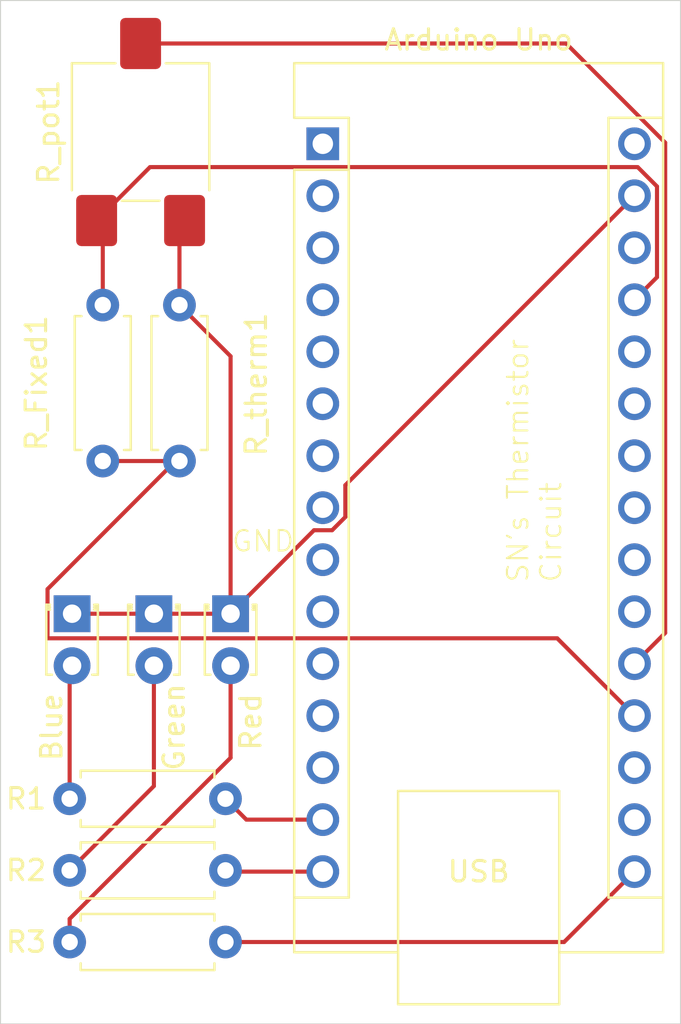
<source format=kicad_pcb>
(kicad_pcb (version 20241229) (generator "pcbnew") (generator_version "9.0")
  (layers (0 "F.Cu" signal) (2 "B.Cu" signal) (13 "F.Paste" user) (15 "B.Paste" user) (5 "F.SilkS" user "F.Silkscreen") (7 "B.SilkS" user "B.Silkscreen") (1 "F.Mask" user) (3 "B.Mask" user) (25 "Edge.Cuts" user))
  (net 0 "")
  (net 2 "Net-(A1-+5V)")
  (net 9 "Net-(A1-D13)")
  (net 18 "Net-(A1-A0)")
  (net 23 "Net-(A1-D12)")
  (net 24 "Net-(A1-A1)")
  (net 26 "Net-(A1-D11)")
  (net 30 "Net-(Blue1-A)")
  (net 31 "Net-(Green1-A)")
  (net 32 "Net-(Red1-A)")
  (net 33 "Net-(Blue1-K)")
  (footprint "Module:Arduino_Nano" (layer "F.Cu") (at 82.26 32.5)
    (property "Reference" "Arduino Uno" (at 7.62 -5.08 0) (layer "F.SilkS"))
    (property "Value" "Arduino_Nano_v3.x")
    (fp_line (start -1.4 -3.94) (end -1.4 -1.27) (stroke (width 0.12)) (layer "F.SilkS"))
    (fp_line (start -1.4 1.27) (end -1.4 39.5) (stroke (width 0.12)) (layer "F.SilkS"))
    (fp_line (start -1.4 39.5) (end 3.68 39.5) (stroke (width 0.12)) (layer "F.SilkS"))
    (fp_line (start 1.27 -1.27) (end -1.4 -1.27) (stroke (width 0.12)) (layer "F.SilkS"))
    (fp_line (start 1.27 1.27) (end -1.4 1.27) (stroke (width 0.12)) (layer "F.SilkS"))
    (fp_line (start 1.27 1.27) (end 1.27 -1.27) (stroke (width 0.12)) (layer "F.SilkS"))
    (fp_line (start 1.27 1.27) (end 1.27 36.83) (stroke (width 0.12)) (layer "F.SilkS"))
    (fp_line (start 1.27 36.83) (end -1.4 36.83) (stroke (width 0.12)) (layer "F.SilkS"))
    (fp_line (start 3.68 31.62) (end 11.56 31.62) (stroke (width 0.12)) (layer "F.SilkS"))
    (fp_line (start 3.68 42.04) (end 3.68 31.62) (stroke (width 0.12)) (layer "F.SilkS"))
    (fp_line (start 11.56 31.62) (end 11.56 42.04) (stroke (width 0.12)) (layer "F.SilkS"))
    (fp_line (start 11.56 42.04) (end 3.68 42.04) (stroke (width 0.12)) (layer "F.SilkS"))
    (fp_line (start 13.97 -1.27) (end 13.97 36.83) (stroke (width 0.12)) (layer "F.SilkS"))
    (fp_line (start 13.97 -1.27) (end 16.64 -1.27) (stroke (width 0.12)) (layer "F.SilkS"))
    (fp_line (start 13.97 36.83) (end 16.64 36.83) (stroke (width 0.12)) (layer "F.SilkS"))
    (fp_line (start 16.64 -3.94) (end -1.4 -3.94) (stroke (width 0.12)) (layer "F.SilkS"))
    (fp_line (start 16.64 39.5) (end 11.56 39.5) (stroke (width 0.12)) (layer "F.SilkS"))
    (fp_line (start 16.64 39.5) (end 16.64 -3.94) (stroke (width 0.12)) (layer "F.SilkS"))
    (fp_text user "USB" (at 7.62 35.56 0) (layer "F.SilkS"))
    (pad "1" thru_hole rect (at 0 0) (size 1.6 1.6) (drill 1) (layers "*.Cu" "*.Mask"))
    (pad "2" thru_hole oval (at 0 2.54) (size 1.6 1.6) (drill 1) (layers "*.Cu" "*.Mask"))
    (pad "3" thru_hole oval (at 0 5.08) (size 1.6 1.6) (drill 1) (layers "*.Cu" "*.Mask"))
    (pad "4" thru_hole oval (at 0 7.62) (size 1.6 1.6) (drill 1) (layers "*.Cu" "*.Mask"))
    (pad "5" thru_hole oval (at 0 10.16) (size 1.6 1.6) (drill 1) (layers "*.Cu" "*.Mask"))
    (pad "6" thru_hole oval (at 0 12.7) (size 1.6 1.6) (drill 1) (layers "*.Cu" "*.Mask"))
    (pad "7" thru_hole oval (at 0 15.24) (size 1.6 1.6) (drill 1) (layers "*.Cu" "*.Mask"))
    (pad "8" thru_hole oval (at 0 17.78) (size 1.6 1.6) (drill 1) (layers "*.Cu" "*.Mask"))
    (pad "9" thru_hole oval (at 0 20.32) (size 1.6 1.6) (drill 1) (layers "*.Cu" "*.Mask"))
    (pad "10" thru_hole oval (at 0 22.86) (size 1.6 1.6) (drill 1) (layers "*.Cu" "*.Mask"))
    (pad "11" thru_hole oval (at 0 25.4) (size 1.6 1.6) (drill 1) (layers "*.Cu" "*.Mask"))
    (pad "12" thru_hole oval (at 0 27.94) (size 1.6 1.6) (drill 1) (layers "*.Cu" "*.Mask"))
    (pad "13" thru_hole oval (at 0 30.48) (size 1.6 1.6) (drill 1) (layers "*.Cu" "*.Mask"))
    (pad "14" thru_hole oval (at 0 33.02) (size 1.6 1.6) (drill 1) (layers "*.Cu" "*.Mask") (net 26 "Net-(A1-D11)"))
    (pad "15" thru_hole oval (at 0 35.56) (size 1.6 1.6) (drill 1) (layers "*.Cu" "*.Mask") (net 23 "Net-(A1-D12)"))
    (pad "16" thru_hole oval (at 15.24 35.56) (size 1.6 1.6) (drill 1) (layers "*.Cu" "*.Mask") (net 9 "Net-(A1-D13)"))
    (pad "17" thru_hole oval (at 15.24 33.02) (size 1.6 1.6) (drill 1) (layers "*.Cu" "*.Mask"))
    (pad "18" thru_hole oval (at 15.24 30.48) (size 1.6 1.6) (drill 1) (layers "*.Cu" "*.Mask"))
    (pad "19" thru_hole oval (at 15.24 27.94) (size 1.6 1.6) (drill 1) (layers "*.Cu" "*.Mask") (net 18 "Net-(A1-A0)"))
    (pad "20" thru_hole oval (at 15.24 25.4) (size 1.6 1.6) (drill 1) (layers "*.Cu" "*.Mask") (net 24 "Net-(A1-A1)"))
    (pad "21" thru_hole oval (at 15.24 22.86) (size 1.6 1.6) (drill 1) (layers "*.Cu" "*.Mask"))
    (pad "22" thru_hole oval (at 15.24 20.32) (size 1.6 1.6) (drill 1) (layers "*.Cu" "*.Mask"))
    (pad "23" thru_hole oval (at 15.24 17.78) (size 1.6 1.6) (drill 1) (layers "*.Cu" "*.Mask"))
    (pad "24" thru_hole oval (at 15.24 15.24) (size 1.6 1.6) (drill 1) (layers "*.Cu" "*.Mask"))
    (pad "25" thru_hole oval (at 15.24 12.7) (size 1.6 1.6) (drill 1) (layers "*.Cu" "*.Mask"))
    (pad "26" thru_hole oval (at 15.24 10.16) (size 1.6 1.6) (drill 1) (layers "*.Cu" "*.Mask"))
    (pad "27" thru_hole oval (at 15.24 7.62) (size 1.6 1.6) (drill 1) (layers "*.Cu" "*.Mask") (net 2 "Net-(A1-+5V)"))
    (pad "28" thru_hole oval (at 15.24 5.08) (size 1.6 1.6) (drill 1) (layers "*.Cu" "*.Mask"))
    (pad "29" thru_hole oval (at 15.24 2.54) (size 1.6 1.6) (drill 1) (layers "*.Cu" "*.Mask") (net 33 "Net-(Blue1-K)"))
    (pad "30" thru_hole oval (at 15.24 0) (size 1.6 1.6) (drill 1) (layers "*.Cu" "*.Mask"))
  )
  (footprint "Resistor_THT:R_Axial_DIN0207_L6.3mm_D2.5mm_P7.62mm_Horizontal" (layer "F.Cu") (at 69.88 64.5)
    (property "Reference" "R1" (at -2.13 0 0) (layer "F.SilkS"))
    (property "Value" "330Ω")
    (fp_line (start 0.54 -1.37) (end 7.08 -1.37) (stroke (width 0.12)) (layer "F.SilkS"))
    (fp_line (start 0.54 -1.04) (end 0.54 -1.37) (stroke (width 0.12)) (layer "F.SilkS"))
    (fp_line (start 0.54 1.04) (end 0.54 1.37) (stroke (width 0.12)) (layer "F.SilkS"))
    (fp_line (start 0.54 1.37) (end 7.08 1.37) (stroke (width 0.12)) (layer "F.SilkS"))
    (fp_line (start 7.08 -1.37) (end 7.08 -1.04) (stroke (width 0.12)) (layer "F.SilkS"))
    (fp_line (start 7.08 1.37) (end 7.08 1.04) (stroke (width 0.12)) (layer "F.SilkS"))
    (pad "1" thru_hole circle (at 0 0) (size 1.6 1.6) (drill 0.8) (layers "*.Cu" "*.Mask") (net 30 "Net-(Blue1-A)"))
    (pad "2" thru_hole oval (at 7.62 0) (size 1.6 1.6) (drill 0.8) (layers "*.Cu" "*.Mask") (net 26 "Net-(A1-D11)"))
  )
  (footprint "Potentiometer_SMD:Potentiometer_ACP_CA6-VSMD_Vertical" (layer "F.Cu") (at 73.35 31.925 90)
    (property "Reference" "R_pot1" (at 0 -4.5 90) (layer "F.SilkS"))
    (property "Value" "10kΩ")
    (fp_line (start 3.36 -3.36) (end 3.36 -1.23) (stroke (width 0.12)) (layer "F.SilkS"))
    (fp_line (start -2.845 -3.36) (end 3.36 -3.36) (stroke (width 0.12)) (layer "F.SilkS"))
    (fp_line (start -3.36 -0.92) (end -3.36 0.92) (stroke (width 0.12)) (layer "F.SilkS"))
    (fp_line (start 3.36 1.23) (end 3.36 3.36) (stroke (width 0.12)) (layer "F.SilkS"))
    (fp_line (start -2.845 3.36) (end 3.36 3.36) (stroke (width 0.12)) (layer "F.SilkS"))
    (pad "1" smd roundrect (at -4.325 2.15 90) (size 2.5 2) (layers "F.Cu" "F.Mask" "F.Paste") (roundrect_rratio 0.125) (net 33 "Net-(Blue1-K)"))
    (pad "2" smd roundrect (at 4.325 0 90) (size 2.5 2) (layers "F.Cu" "F.Mask" "F.Paste") (roundrect_rratio 0.125) (net 24 "Net-(A1-A1)"))
    (pad "3" smd roundrect (at -4.325 -2.15 90) (size 2.5 2) (layers "F.Cu" "F.Mask" "F.Paste") (roundrect_rratio 0.125) (net 2 "Net-(A1-+5V)"))
  )
  (footprint "Resistor_THT:R_Axial_DIN0207_L6.3mm_D2.5mm_P7.62mm_Horizontal" (layer "F.Cu") (at 69.88 71.5)
    (property "Reference" "R3" (at -2.13 0 0) (layer "F.SilkS"))
    (property "Value" "330Ω")
    (fp_line (start 0.54 -1.37) (end 7.08 -1.37) (stroke (width 0.12)) (layer "F.SilkS"))
    (fp_line (start 0.54 -1.04) (end 0.54 -1.37) (stroke (width 0.12)) (layer "F.SilkS"))
    (fp_line (start 0.54 1.04) (end 0.54 1.37) (stroke (width 0.12)) (layer "F.SilkS"))
    (fp_line (start 0.54 1.37) (end 7.08 1.37) (stroke (width 0.12)) (layer "F.SilkS"))
    (fp_line (start 7.08 -1.37) (end 7.08 -1.04) (stroke (width 0.12)) (layer "F.SilkS"))
    (fp_line (start 7.08 1.37) (end 7.08 1.04) (stroke (width 0.12)) (layer "F.SilkS"))
    (pad "1" thru_hole circle (at 0 0) (size 1.6 1.6) (drill 0.8) (layers "*.Cu" "*.Mask") (net 32 "Net-(Red1-A)"))
    (pad "2" thru_hole oval (at 7.62 0) (size 1.6 1.6) (drill 0.8) (layers "*.Cu" "*.Mask") (net 9 "Net-(A1-D13)"))
  )
  (footprint "Resistor_THT:R_Axial_DIN0207_L6.3mm_D2.5mm_P7.62mm_Horizontal" (layer "F.Cu") (at 71.5 40.38 -90)
    (property "Reference" "R_Fixed1" (at 3.81 3.25 90) (layer "F.SilkS"))
    (property "Value" "10kΩ")
    (fp_line (start 0.54 1.37) (end 7.08 1.37) (stroke (width 0.12)) (layer "F.SilkS"))
    (fp_line (start 7.08 1.37) (end 7.08 1.04) (stroke (width 0.12)) (layer "F.SilkS"))
    (fp_line (start 0.54 1.04) (end 0.54 1.37) (stroke (width 0.12)) (layer "F.SilkS"))
    (fp_line (start 0.54 -1.04) (end 0.54 -1.37) (stroke (width 0.12)) (layer "F.SilkS"))
    (fp_line (start 0.54 -1.37) (end 7.08 -1.37) (stroke (width 0.12)) (layer "F.SilkS"))
    (fp_line (start 7.08 -1.37) (end 7.08 -1.04) (stroke (width 0.12)) (layer "F.SilkS"))
    (pad "1" thru_hole circle (at 0 0 270) (size 1.6 1.6) (drill 0.8) (layers "*.Cu" "*.Mask") (net 2 "Net-(A1-+5V)"))
    (pad "2" thru_hole oval (at 7.62 0 270) (size 1.6 1.6) (drill 0.8) (layers "*.Cu" "*.Mask") (net 18 "Net-(A1-A0)"))
  )
  (footprint "LED_THT:LED_D1.8mm_W3.3mm_H2.4mm" (layer "F.Cu") (at 74 55.46 -90)
    (property "Reference" "Green" (at 5.54 -0.986 270) (layer "F.SilkS"))
    (property "Value" "22mA")
    (fp_line (start -0.44 1.26) (end 2.98 1.26) (stroke (width 0.12)) (layer "F.SilkS"))
    (fp_line (start -0.44 1.08) (end -0.44 1.26) (stroke (width 0.12)) (layer "F.SilkS"))
    (fp_line (start -0.32 1.08) (end -0.32 1.26) (stroke (width 0.12)) (layer "F.SilkS"))
    (fp_line (start -0.2 1.08) (end -0.2 1.26) (stroke (width 0.12)) (layer "F.SilkS"))
    (fp_line (start 2.98 0.986) (end 2.98 1.26) (stroke (width 0.12)) (layer "F.SilkS"))
    (fp_line (start -0.44 -1.26) (end -0.44 -1.08) (stroke (width 0.12)) (layer "F.SilkS"))
    (fp_line (start -0.44 -1.26) (end 2.98 -1.26) (stroke (width 0.12)) (layer "F.SilkS"))
    (fp_line (start -0.32 -1.26) (end -0.32 -1.08) (stroke (width 0.12)) (layer "F.SilkS"))
    (fp_line (start -0.2 -1.26) (end -0.2 -1.08) (stroke (width 0.12)) (layer "F.SilkS"))
    (fp_line (start 2.98 -1.26) (end 2.98 -0.986) (stroke (width 0.12)) (layer "F.SilkS"))
    (pad "1" thru_hole rect (at 0 0 270) (size 1.8 1.8) (drill 0.9) (layers "*.Cu" "*.Mask") (net 33 "Net-(Blue1-K)"))
    (pad "2" thru_hole circle (at 2.54 0 270) (size 1.8 1.8) (drill 0.9) (layers "*.Cu" "*.Mask") (net 31 "Net-(Green1-A)"))
  )
  (footprint "LED_THT:LED_D1.8mm_W3.3mm_H2.4mm" (layer "F.Cu") (at 77.75 55.46 -90)
    (property "Reference" "Red" (at 5.29 -0.986 90) (layer "F.SilkS"))
    (property "Value" "22mA")
    (fp_line (start -0.44 1.26) (end 2.98 1.26) (stroke (width 0.12)) (layer "F.SilkS"))
    (fp_line (start -0.44 1.08) (end -0.44 1.26) (stroke (width 0.12)) (layer "F.SilkS"))
    (fp_line (start -0.32 1.08) (end -0.32 1.26) (stroke (width 0.12)) (layer "F.SilkS"))
    (fp_line (start -0.2 1.08) (end -0.2 1.26) (stroke (width 0.12)) (layer "F.SilkS"))
    (fp_line (start 2.98 0.986) (end 2.98 1.26) (stroke (width 0.12)) (layer "F.SilkS"))
    (fp_line (start -0.44 -1.26) (end -0.44 -1.08) (stroke (width 0.12)) (layer "F.SilkS"))
    (fp_line (start -0.44 -1.26) (end 2.98 -1.26) (stroke (width 0.12)) (layer "F.SilkS"))
    (fp_line (start -0.32 -1.26) (end -0.32 -1.08) (stroke (width 0.12)) (layer "F.SilkS"))
    (fp_line (start -0.2 -1.26) (end -0.2 -1.08) (stroke (width 0.12)) (layer "F.SilkS"))
    (fp_line (start 2.98 -1.26) (end 2.98 -0.986) (stroke (width 0.12)) (layer "F.SilkS"))
    (pad "1" thru_hole rect (at 0 0 270) (size 1.8 1.8) (drill 0.9) (layers "*.Cu" "*.Mask") (net 33 "Net-(Blue1-K)"))
    (pad "2" thru_hole circle (at 2.54 0 270) (size 1.8 1.8) (drill 0.9) (layers "*.Cu" "*.Mask") (net 32 "Net-(Red1-A)"))
  )
  (footprint "Resistor_THT:R_Axial_DIN0207_L6.3mm_D2.5mm_P7.62mm_Horizontal" (layer "F.Cu") (at 75.25 48 90)
    (property "Reference" "R_therm1" (at 3.75 3.75 90) (layer "F.SilkS"))
    (property "Value" "10kΩ")
    (fp_line (start 7.08 -1.37) (end 7.08 -1.04) (stroke (width 0.12)) (layer "F.SilkS"))
    (fp_line (start 0.54 -1.37) (end 7.08 -1.37) (stroke (width 0.12)) (layer "F.SilkS"))
    (fp_line (start 0.54 -1.04) (end 0.54 -1.37) (stroke (width 0.12)) (layer "F.SilkS"))
    (fp_line (start 0.54 1.04) (end 0.54 1.37) (stroke (width 0.12)) (layer "F.SilkS"))
    (fp_line (start 7.08 1.37) (end 7.08 1.04) (stroke (width 0.12)) (layer "F.SilkS"))
    (fp_line (start 0.54 1.37) (end 7.08 1.37) (stroke (width 0.12)) (layer "F.SilkS"))
    (pad "1" thru_hole circle (at 0 0 90) (size 1.6 1.6) (drill 0.8) (layers "*.Cu" "*.Mask") (net 18 "Net-(A1-A0)"))
    (pad "2" thru_hole oval (at 7.62 0 90) (size 1.6 1.6) (drill 0.8) (layers "*.Cu" "*.Mask") (net 33 "Net-(Blue1-K)"))
  )
  (footprint "Resistor_THT:R_Axial_DIN0207_L6.3mm_D2.5mm_P7.62mm_Horizontal" (layer "F.Cu") (at 69.88 68)
    (property "Reference" "R2" (at -2.13 0 0) (layer "F.SilkS"))
    (property "Value" "330Ω")
    (fp_line (start 0.54 -1.37) (end 7.08 -1.37) (stroke (width 0.12)) (layer "F.SilkS"))
    (fp_line (start 0.54 -1.04) (end 0.54 -1.37) (stroke (width 0.12)) (layer "F.SilkS"))
    (fp_line (start 0.54 1.04) (end 0.54 1.37) (stroke (width 0.12)) (layer "F.SilkS"))
    (fp_line (start 0.54 1.37) (end 7.08 1.37) (stroke (width 0.12)) (layer "F.SilkS"))
    (fp_line (start 7.08 -1.37) (end 7.08 -1.04) (stroke (width 0.12)) (layer "F.SilkS"))
    (fp_line (start 7.08 1.37) (end 7.08 1.04) (stroke (width 0.12)) (layer "F.SilkS"))
    (pad "1" thru_hole circle (at 0 0) (size 1.6 1.6) (drill 0.8) (layers "*.Cu" "*.Mask") (net 31 "Net-(Green1-A)"))
    (pad "2" thru_hole oval (at 7.62 0) (size 1.6 1.6) (drill 0.8) (layers "*.Cu" "*.Mask") (net 23 "Net-(A1-D12)"))
  )
  (footprint "LED_THT:LED_D1.8mm_W3.3mm_H2.4mm" (layer "F.Cu") (at 70 55.46 -90)
    (property "Reference" "Blue" (at 5.54 1 90) (layer "F.SilkS"))
    (property "Value" "22mA")
    (fp_line (start -0.44 1.26) (end 2.98 1.26) (stroke (width 0.12)) (layer "F.SilkS"))
    (fp_line (start -0.44 1.08) (end -0.44 1.26) (stroke (width 0.12)) (layer "F.SilkS"))
    (fp_line (start -0.32 1.08) (end -0.32 1.26) (stroke (width 0.12)) (layer "F.SilkS"))
    (fp_line (start -0.2 1.08) (end -0.2 1.26) (stroke (width 0.12)) (layer "F.SilkS"))
    (fp_line (start 2.98 0.986) (end 2.98 1.26) (stroke (width 0.12)) (layer "F.SilkS"))
    (fp_line (start -0.44 -1.26) (end -0.44 -1.08) (stroke (width 0.12)) (layer "F.SilkS"))
    (fp_line (start -0.44 -1.26) (end 2.98 -1.26) (stroke (width 0.12)) (layer "F.SilkS"))
    (fp_line (start -0.32 -1.26) (end -0.32 -1.08) (stroke (width 0.12)) (layer "F.SilkS"))
    (fp_line (start -0.2 -1.26) (end -0.2 -1.08) (stroke (width 0.12)) (layer "F.SilkS"))
    (fp_line (start 2.98 -1.26) (end 2.98 -0.986) (stroke (width 0.12)) (layer "F.SilkS"))
    (pad "1" thru_hole rect (at 0 0 270) (size 1.8 1.8) (drill 0.9) (layers "*.Cu" "*.Mask") (net 33 "Net-(Blue1-K)"))
    (pad "2" thru_hole circle (at 2.54 0 270) (size 1.8 1.8) (drill 0.9) (layers "*.Cu" "*.Mask") (net 30 "Net-(Blue1-A)"))
  )
  (gr_rect (start 66.5 25.5) (end 99.75 75.5) (stroke (width 0.05)) (fill no) (layer "Edge.Cuts"))
  (gr_text "GND" (at 77.75 52.5 0) (layer "F.SilkS") (effects (font (size 1 1) (thickness 0.1)) (justify left bottom)))
  (gr_text "SN's Thermistor \nCircuit\n" (at 94 54 90) (layer "F.SilkS") (effects (font (size 1 1) (thickness 0.1)) (justify left bottom)))
  (segment (start 97.5 40.12) (end 98.601 39.019) (width 0.2) (layer "F.Cu") (net 2))
  (segment (start 98.601 34.58395) (end 97.65605 33.639) (width 0.2) (layer "F.Cu") (net 2))
  (segment (start 97.65605 33.639) (end 73.811 33.639) (width 0.2) (layer "F.Cu") (net 2))
  (segment (start 98.601 39.019) (end 98.601 34.58395) (width 0.2) (layer "F.Cu") (net 2))
  (segment (start 71.5 36.55) (end 71.2 36.25) (width 0.2) (layer "F.Cu") (net 2))
  (segment (start 71.5 40.38) (end 71.5 36.55) (width 0.2) (layer "F.Cu") (net 2))
  (segment (start 73.811 33.639) (end 71.2 36.25) (width 0.2) (layer "F.Cu") (net 2))
  (segment (start 97.5 68.06) (end 94.06 71.5) (width 0.2) (layer "F.Cu") (net 9))
  (segment (start 94.06 71.5) (end 77.5 71.5) (width 0.2) (layer "F.Cu") (net 9))
  (segment (start 75.058 48) (end 68.799 54.259) (width 0.2) (layer "F.Cu") (net 18))
  (segment (start 68.799 56.661) (end 93.721 56.661) (width 0.2) (layer "F.Cu") (net 18))
  (segment (start 68.799 54.259) (end 68.799 56.661) (width 0.2) (layer "F.Cu") (net 18))
  (segment (start 71.44 47.94) (end 71.5 48) (width 0.2) (layer "F.Cu") (net 18))
  (segment (start 93.721 56.661) (end 97.5 60.44) (width 0.2) (layer "F.Cu") (net 18))
  (segment (start 71.5 48) (end 75.25 48) (width 0.2) (layer "F.Cu") (net 18))
  (segment (start 75.25 48) (end 75.058 48) (width 0.2) (layer "F.Cu") (net 18))
  (segment (start 77.56 68.06) (end 77.5 68) (width 0.2) (layer "F.Cu") (net 23))
  (segment (start 82.26 68.06) (end 77.56 68.06) (width 0.2) (layer "F.Cu") (net 23))
  (segment (start 73.35 27.6) (end 94.15705 27.6) (width 0.2) (layer "F.Cu") (net 24))
  (segment (start 99.002 56.398) (end 97.5 57.9) (width 0.2) (layer "F.Cu") (net 24))
  (segment (start 99.002 32.44495) (end 99.002 56.398) (width 0.2) (layer "F.Cu") (net 24))
  (segment (start 94.15705 27.6) (end 99.002 32.44495) (width 0.2) (layer "F.Cu") (net 24))
  (segment (start 78.52 65.52) (end 77.5 64.5) (width 0.2) (layer "F.Cu") (net 26))
  (segment (start 82.26 65.52) (end 78.52 65.52) (width 0.2) (layer "F.Cu") (net 26))
  (segment (start 69.88 58.12) (end 70 58) (width 0.2) (layer "F.Cu") (net 30))
  (segment (start 69.88 64.5) (end 69.88 58.12) (width 0.2) (layer "F.Cu") (net 30))
  (segment (start 69.88 68) (end 74 63.88) (width 0.2) (layer "F.Cu") (net 31))
  (segment (start 74 63.88) (end 74 58) (width 0.2) (layer "F.Cu") (net 31))
  (segment (start 69.88 71.5) (end 69.88 70.36863) (width 0.2) (layer "F.Cu") (net 32))
  (segment (start 69.88 70.36863) (end 77.75 62.49863) (width 0.2) (layer "F.Cu") (net 32))
  (segment (start 77.75 62.49863) (end 77.75 58) (width 0.2) (layer "F.Cu") (net 32))
  (segment (start 77.75 55.46) (end 81.829 51.381) (width 0.2) (layer "F.Cu") (net 33))
  (segment (start 75.25 40.38) (end 77.75 42.88) (width 0.2) (layer "F.Cu") (net 33))
  (segment (start 82.71605 51.381) (end 83.361 50.73605) (width 0.2) (layer "F.Cu") (net 33))
  (segment (start 75.25 40.38) (end 75.25 36.5) (width 0.2) (layer "F.Cu") (net 33))
  (segment (start 81.829 51.381) (end 82.71605 51.381) (width 0.2) (layer "F.Cu") (net 33))
  (segment (start 77.75 42.88) (end 77.75 55.46) (width 0.2) (layer "F.Cu") (net 33))
  (segment (start 74 55.46) (end 77.75 55.46) (width 0.2) (layer "F.Cu") (net 33))
  (segment (start 70 55.46) (end 74 55.46) (width 0.2) (layer "F.Cu") (net 33))
  (segment (start 83.361 50.73605) (end 83.361 49.179) (width 0.2) (layer "F.Cu") (net 33))
  (segment (start 83.361 49.179) (end 97.5 35.04) (width 0.2) (layer "F.Cu") (net 33))
  (segment (start 75.25 36.5) (end 75.5 36.25) (width 0.2) (layer "F.Cu") (net 33))
)
</source>
